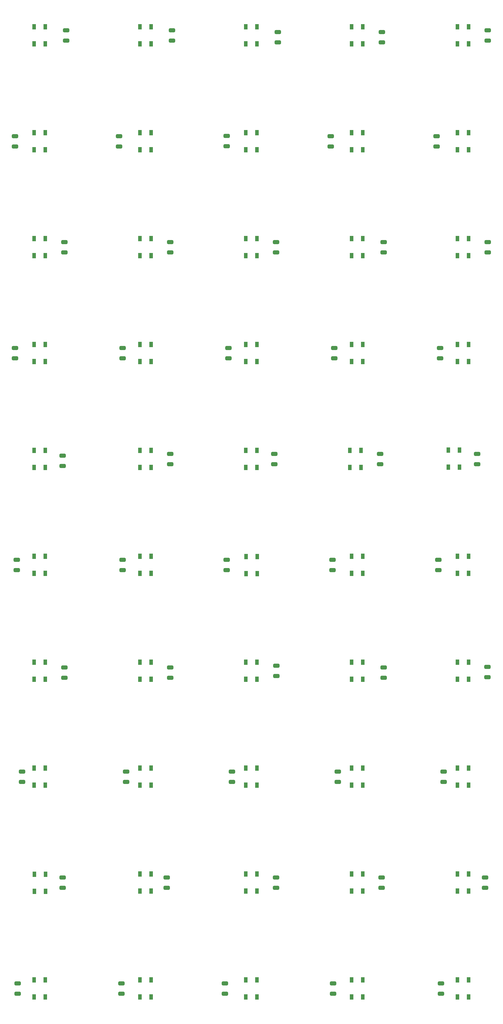
<source format=gbr>
%TF.GenerationSoftware,KiCad,Pcbnew,(6.0.2)*%
%TF.CreationDate,2022-10-19T17:10:30-07:00*%
%TF.ProjectId,tetris,74657472-6973-42e6-9b69-6361645f7063,rev?*%
%TF.SameCoordinates,Original*%
%TF.FileFunction,Paste,Top*%
%TF.FilePolarity,Positive*%
%FSLAX46Y46*%
G04 Gerber Fmt 4.6, Leading zero omitted, Abs format (unit mm)*
G04 Created by KiCad (PCBNEW (6.0.2)) date 2022-10-19 17:10:30*
%MOMM*%
%LPD*%
G01*
G04 APERTURE LIST*
G04 Aperture macros list*
%AMRoundRect*
0 Rectangle with rounded corners*
0 $1 Rounding radius*
0 $2 $3 $4 $5 $6 $7 $8 $9 X,Y pos of 4 corners*
0 Add a 4 corners polygon primitive as box body*
4,1,4,$2,$3,$4,$5,$6,$7,$8,$9,$2,$3,0*
0 Add four circle primitives for the rounded corners*
1,1,$1+$1,$2,$3*
1,1,$1+$1,$4,$5*
1,1,$1+$1,$6,$7*
1,1,$1+$1,$8,$9*
0 Add four rect primitives between the rounded corners*
20,1,$1+$1,$2,$3,$4,$5,0*
20,1,$1+$1,$4,$5,$6,$7,0*
20,1,$1+$1,$6,$7,$8,$9,0*
20,1,$1+$1,$8,$9,$2,$3,0*%
G04 Aperture macros list end*
%ADD10RoundRect,0.250000X0.650000X-0.325000X0.650000X0.325000X-0.650000X0.325000X-0.650000X-0.325000X0*%
%ADD11RoundRect,0.250000X-0.650000X0.325000X-0.650000X-0.325000X0.650000X-0.325000X0.650000X0.325000X0*%
%ADD12R,1.000000X1.500000*%
G04 APERTURE END LIST*
D10*
%TO.C,C18*%
X22352000Y-200103000D03*
X22352000Y-197153000D03*
%TD*%
D11*
%TO.C,C24*%
X131572000Y-227125000D03*
X131572000Y-230075000D03*
%TD*%
D12*
%TO.C,D48*%
X74600000Y-17690000D03*
X77800000Y-17690000D03*
X77800000Y-12790000D03*
X74600000Y-12790000D03*
%TD*%
D11*
%TO.C,C32*%
X39116000Y-105205000D03*
X39116000Y-108155000D03*
%TD*%
D12*
%TO.C,D25*%
X138760000Y-165190000D03*
X135560000Y-165190000D03*
X135560000Y-170090000D03*
X138760000Y-170090000D03*
%TD*%
D11*
%TO.C,C20*%
X39116000Y-166165000D03*
X39116000Y-169115000D03*
%TD*%
D12*
%TO.C,D22*%
X13675148Y-261612702D03*
X16875148Y-261612702D03*
X16875148Y-256712702D03*
X13675148Y-256712702D03*
%TD*%
D10*
%TO.C,C27*%
X113284000Y-138635000D03*
X113284000Y-135685000D03*
%TD*%
%TO.C,C16*%
X83361000Y-199595000D03*
X83361000Y-196645000D03*
%TD*%
D12*
%TO.C,D45*%
X138760000Y-43270000D03*
X135560000Y-43270000D03*
X135560000Y-48170000D03*
X138760000Y-48170000D03*
%TD*%
D11*
%TO.C,C23*%
X130048000Y-166165000D03*
X130048000Y-169115000D03*
%TD*%
D10*
%TO.C,C26*%
X141224000Y-138635000D03*
X141224000Y-135685000D03*
%TD*%
D12*
%TO.C,D2*%
X135560000Y-261530000D03*
X138760000Y-261530000D03*
X138760000Y-256630000D03*
X135560000Y-256630000D03*
%TD*%
%TO.C,D17*%
X44120000Y-261530000D03*
X47320000Y-261530000D03*
X47320000Y-256630000D03*
X44120000Y-256630000D03*
%TD*%
%TO.C,D41*%
X16840000Y-43270000D03*
X13640000Y-43270000D03*
X13640000Y-48170000D03*
X16840000Y-48170000D03*
%TD*%
%TO.C,D16*%
X108280000Y-287110000D03*
X105080000Y-287110000D03*
X105080000Y-292010000D03*
X108280000Y-292010000D03*
%TD*%
D11*
%TO.C,C45*%
X129540000Y-44245000D03*
X129540000Y-47195000D03*
%TD*%
D12*
%TO.C,D50*%
X13640000Y-17690000D03*
X16840000Y-17690000D03*
X16840000Y-12790000D03*
X13640000Y-12790000D03*
%TD*%
%TO.C,D37*%
X105080000Y-78650000D03*
X108280000Y-78650000D03*
X108280000Y-73750000D03*
X105080000Y-73750000D03*
%TD*%
D10*
%TO.C,C15*%
X114300000Y-200103000D03*
X114300000Y-197153000D03*
%TD*%
D11*
%TO.C,C35*%
X130556000Y-105205000D03*
X130556000Y-108155000D03*
%TD*%
D12*
%TO.C,D24*%
X13640000Y-200570000D03*
X16840000Y-200570000D03*
X16840000Y-195670000D03*
X13640000Y-195670000D03*
%TD*%
D11*
%TO.C,C31*%
X8128000Y-105205000D03*
X8128000Y-108155000D03*
%TD*%
D12*
%TO.C,D43*%
X77800000Y-43270000D03*
X74600000Y-43270000D03*
X74600000Y-48170000D03*
X77800000Y-48170000D03*
%TD*%
D10*
%TO.C,C46*%
X144272000Y-16715000D03*
X144272000Y-13765000D03*
%TD*%
D12*
%TO.C,D32*%
X47320000Y-104230000D03*
X44120000Y-104230000D03*
X44120000Y-109130000D03*
X47320000Y-109130000D03*
%TD*%
D10*
%TO.C,C30*%
X21844000Y-139143000D03*
X21844000Y-136193000D03*
%TD*%
D11*
%TO.C,C21*%
X69088000Y-166165000D03*
X69088000Y-169115000D03*
%TD*%
D10*
%TO.C,C36*%
X144272000Y-77675000D03*
X144272000Y-74725000D03*
%TD*%
D12*
%TO.C,D33*%
X77800000Y-104230000D03*
X74600000Y-104230000D03*
X74600000Y-109130000D03*
X77800000Y-109130000D03*
%TD*%
%TO.C,D6*%
X47320000Y-287110000D03*
X44120000Y-287110000D03*
X44120000Y-292010000D03*
X47320000Y-292010000D03*
%TD*%
D10*
%TO.C,C17*%
X52832000Y-200103000D03*
X52832000Y-197153000D03*
%TD*%
D12*
%TO.C,D20*%
X108280000Y-165190000D03*
X105080000Y-165190000D03*
X105080000Y-170090000D03*
X108280000Y-170090000D03*
%TD*%
D11*
%TO.C,C12*%
X70612000Y-227125000D03*
X70612000Y-230075000D03*
%TD*%
D12*
%TO.C,D34*%
X108280000Y-104230000D03*
X105080000Y-104230000D03*
X105080000Y-109130000D03*
X108280000Y-109130000D03*
%TD*%
%TO.C,D49*%
X44120000Y-17690000D03*
X47320000Y-17690000D03*
X47320000Y-12790000D03*
X44120000Y-12790000D03*
%TD*%
D11*
%TO.C,C13*%
X101092000Y-227125000D03*
X101092000Y-230075000D03*
%TD*%
%TO.C,C33*%
X69596000Y-105205000D03*
X69596000Y-108155000D03*
%TD*%
D12*
%TO.C,D27*%
X104572000Y-139610000D03*
X107772000Y-139610000D03*
X107772000Y-134710000D03*
X104572000Y-134710000D03*
%TD*%
%TO.C,D40*%
X13640000Y-78650000D03*
X16840000Y-78650000D03*
X16840000Y-73750000D03*
X13640000Y-73750000D03*
%TD*%
%TO.C,D14*%
X74600000Y-200570000D03*
X77800000Y-200570000D03*
X77800000Y-195670000D03*
X74600000Y-195670000D03*
%TD*%
D11*
%TO.C,C10*%
X10160000Y-227125000D03*
X10160000Y-230075000D03*
%TD*%
D12*
%TO.C,D7*%
X105080000Y-261530000D03*
X108280000Y-261530000D03*
X108280000Y-256630000D03*
X105080000Y-256630000D03*
%TD*%
D10*
%TO.C,C29*%
X52832000Y-138635000D03*
X52832000Y-135685000D03*
%TD*%
D12*
%TO.C,D8*%
X47320000Y-226150000D03*
X44120000Y-226150000D03*
X44120000Y-231050000D03*
X47320000Y-231050000D03*
%TD*%
%TO.C,D1*%
X16840000Y-287110000D03*
X13640000Y-287110000D03*
X13640000Y-292010000D03*
X16840000Y-292010000D03*
%TD*%
D10*
%TO.C,C14*%
X144184097Y-199924527D03*
X144184097Y-196974527D03*
%TD*%
D12*
%TO.C,D42*%
X47320000Y-43270000D03*
X44120000Y-43270000D03*
X44120000Y-48170000D03*
X47320000Y-48170000D03*
%TD*%
D11*
%TO.C,C22*%
X99568000Y-166165000D03*
X99568000Y-169115000D03*
%TD*%
D12*
%TO.C,D5*%
X16840000Y-165190000D03*
X13640000Y-165190000D03*
X13640000Y-170090000D03*
X16840000Y-170090000D03*
%TD*%
%TO.C,D39*%
X44120000Y-78650000D03*
X47320000Y-78650000D03*
X47320000Y-73750000D03*
X44120000Y-73750000D03*
%TD*%
%TO.C,D18*%
X108280000Y-226150000D03*
X105080000Y-226150000D03*
X105080000Y-231050000D03*
X108280000Y-231050000D03*
%TD*%
D10*
%TO.C,C47*%
X113792000Y-17223000D03*
X113792000Y-14273000D03*
%TD*%
D11*
%TO.C,C44*%
X99060000Y-44245000D03*
X99060000Y-47195000D03*
%TD*%
D12*
%TO.C,D13*%
X77800000Y-226150000D03*
X74600000Y-226150000D03*
X74600000Y-231050000D03*
X77800000Y-231050000D03*
%TD*%
%TO.C,D36*%
X135560000Y-78650000D03*
X138760000Y-78650000D03*
X138760000Y-73750000D03*
X135560000Y-73750000D03*
%TD*%
%TO.C,D10*%
X47320000Y-165190000D03*
X44120000Y-165190000D03*
X44120000Y-170090000D03*
X47320000Y-170090000D03*
%TD*%
%TO.C,D26*%
X132930000Y-139534000D03*
X136130000Y-139534000D03*
X136130000Y-134634000D03*
X132930000Y-134634000D03*
%TD*%
D10*
%TO.C,C40*%
X22352000Y-77675000D03*
X22352000Y-74725000D03*
%TD*%
D12*
%TO.C,D47*%
X105080000Y-17690000D03*
X108280000Y-17690000D03*
X108280000Y-12790000D03*
X105080000Y-12790000D03*
%TD*%
%TO.C,D21*%
X138760000Y-287110000D03*
X135560000Y-287110000D03*
X135560000Y-292010000D03*
X138760000Y-292010000D03*
%TD*%
%TO.C,D23*%
X138760000Y-226150000D03*
X135560000Y-226150000D03*
X135560000Y-231050000D03*
X138760000Y-231050000D03*
%TD*%
D11*
%TO.C,C2*%
X38735000Y-288085000D03*
X38735000Y-291035000D03*
%TD*%
%TO.C,C43*%
X69054306Y-44196225D03*
X69054306Y-47146225D03*
%TD*%
D12*
%TO.C,D12*%
X74600000Y-261530000D03*
X77800000Y-261530000D03*
X77800000Y-256630000D03*
X74600000Y-256630000D03*
%TD*%
D10*
%TO.C,C8*%
X51816000Y-260555000D03*
X51816000Y-257605000D03*
%TD*%
D11*
%TO.C,C34*%
X100076000Y-105205000D03*
X100076000Y-108155000D03*
%TD*%
D12*
%TO.C,D31*%
X16840000Y-104230000D03*
X13640000Y-104230000D03*
X13640000Y-109130000D03*
X16840000Y-109130000D03*
%TD*%
%TO.C,D30*%
X13640000Y-139610000D03*
X16840000Y-139610000D03*
X16840000Y-134710000D03*
X13640000Y-134710000D03*
%TD*%
D10*
%TO.C,C37*%
X114300000Y-77675000D03*
X114300000Y-74725000D03*
%TD*%
D11*
%TO.C,C41*%
X8128000Y-44245000D03*
X8128000Y-47195000D03*
%TD*%
D12*
%TO.C,D19*%
X44120000Y-200570000D03*
X47320000Y-200570000D03*
X47320000Y-195670000D03*
X44120000Y-195670000D03*
%TD*%
D11*
%TO.C,C1*%
X8890000Y-288085000D03*
X8890000Y-291035000D03*
%TD*%
D12*
%TO.C,D29*%
X44120000Y-139610000D03*
X47320000Y-139610000D03*
X47320000Y-134710000D03*
X44120000Y-134710000D03*
%TD*%
D10*
%TO.C,C38*%
X83312000Y-77675000D03*
X83312000Y-74725000D03*
%TD*%
%TO.C,C49*%
X53340000Y-16715000D03*
X53340000Y-13765000D03*
%TD*%
D11*
%TO.C,C4*%
X130810000Y-288085000D03*
X130810000Y-291035000D03*
%TD*%
D10*
%TO.C,C5*%
X143510000Y-260555000D03*
X143510000Y-257605000D03*
%TD*%
%TO.C,C9*%
X21844000Y-260604000D03*
X21844000Y-257654000D03*
%TD*%
D12*
%TO.C,D46*%
X135560000Y-17690000D03*
X138760000Y-17690000D03*
X138760000Y-12790000D03*
X135560000Y-12790000D03*
%TD*%
%TO.C,D3*%
X16840000Y-226150000D03*
X13640000Y-226150000D03*
X13640000Y-231050000D03*
X16840000Y-231050000D03*
%TD*%
D11*
%TO.C,C11*%
X40132000Y-227125000D03*
X40132000Y-230075000D03*
%TD*%
D12*
%TO.C,D38*%
X74600000Y-78650000D03*
X77800000Y-78650000D03*
X77800000Y-73750000D03*
X74600000Y-73750000D03*
%TD*%
%TO.C,D28*%
X74600000Y-139610000D03*
X77800000Y-139610000D03*
X77800000Y-134710000D03*
X74600000Y-134710000D03*
%TD*%
D11*
%TO.C,C3*%
X68580000Y-288085000D03*
X68580000Y-291035000D03*
%TD*%
D10*
%TO.C,C50*%
X22811000Y-16715000D03*
X22811000Y-13765000D03*
%TD*%
D12*
%TO.C,D44*%
X108280000Y-43270000D03*
X105080000Y-43270000D03*
X105080000Y-48170000D03*
X108280000Y-48170000D03*
%TD*%
D11*
%TO.C,C42*%
X38100000Y-44245000D03*
X38100000Y-47195000D03*
%TD*%
D12*
%TO.C,D35*%
X138760000Y-104230000D03*
X135560000Y-104230000D03*
X135560000Y-109130000D03*
X138760000Y-109130000D03*
%TD*%
D10*
%TO.C,C7*%
X83312000Y-260555000D03*
X83312000Y-257605000D03*
%TD*%
%TO.C,C48*%
X83820000Y-17223000D03*
X83820000Y-14273000D03*
%TD*%
D12*
%TO.C,D9*%
X105080000Y-200570000D03*
X108280000Y-200570000D03*
X108280000Y-195670000D03*
X105080000Y-195670000D03*
%TD*%
D11*
%TO.C,C19*%
X8636000Y-166165000D03*
X8636000Y-169115000D03*
%TD*%
D12*
%TO.C,D11*%
X77800000Y-287110000D03*
X74600000Y-287110000D03*
X74600000Y-292010000D03*
X77800000Y-292010000D03*
%TD*%
D11*
%TO.C,C25*%
X99746903Y-288117451D03*
X99746903Y-291067451D03*
%TD*%
D10*
%TO.C,C6*%
X113665000Y-260555000D03*
X113665000Y-257605000D03*
%TD*%
%TO.C,C39*%
X52832000Y-77675000D03*
X52832000Y-74725000D03*
%TD*%
D12*
%TO.C,D4*%
X135560000Y-200570000D03*
X138760000Y-200570000D03*
X138760000Y-195670000D03*
X135560000Y-195670000D03*
%TD*%
%TO.C,D15*%
X77831965Y-165226093D03*
X74631965Y-165226093D03*
X74631965Y-170126093D03*
X77831965Y-170126093D03*
%TD*%
D10*
%TO.C,C28*%
X82804000Y-138635000D03*
X82804000Y-135685000D03*
%TD*%
M02*

</source>
